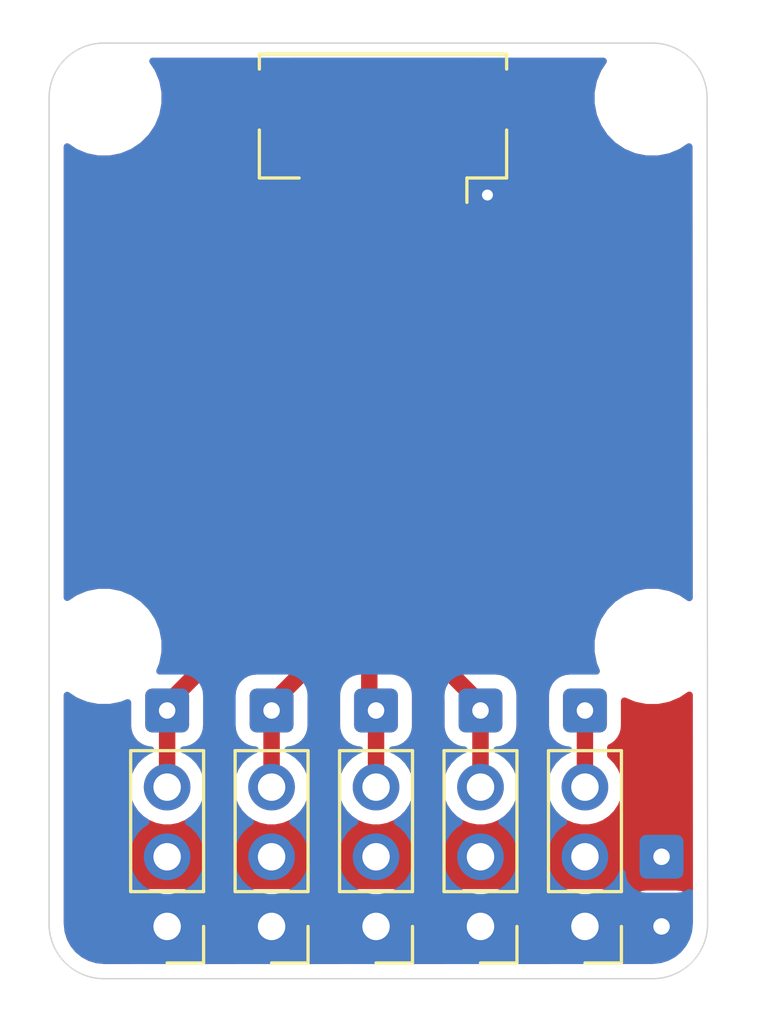
<source format=kicad_pcb>
(kicad_pcb (version 20171130) (host pcbnew "(5.1.9)-1")

  (general
    (thickness 1.6)
    (drawings 8)
    (tracks 16)
    (zones 0)
    (modules 17)
    (nets 8)
  )

  (page A4)
  (layers
    (0 F.Cu signal)
    (31 B.Cu signal)
    (32 B.Adhes user)
    (33 F.Adhes user)
    (34 B.Paste user)
    (35 F.Paste user)
    (36 B.SilkS user)
    (37 F.SilkS user)
    (38 B.Mask user)
    (39 F.Mask user)
    (40 Dwgs.User user)
    (41 Cmts.User user)
    (42 Eco1.User user)
    (43 Eco2.User user)
    (44 Edge.Cuts user)
    (45 Margin user)
    (46 B.CrtYd user)
    (47 F.CrtYd user)
    (48 B.Fab user hide)
    (49 F.Fab user hide)
  )

  (setup
    (last_trace_width 0.6)
    (user_trace_width 0.6)
    (trace_clearance 0.2)
    (zone_clearance 0.508)
    (zone_45_only no)
    (trace_min 0.2)
    (via_size 0.8)
    (via_drill 0.4)
    (via_min_size 0.4)
    (via_min_drill 0.3)
    (uvia_size 0.3)
    (uvia_drill 0.1)
    (uvias_allowed no)
    (uvia_min_size 0.2)
    (uvia_min_drill 0.1)
    (edge_width 0.05)
    (segment_width 0.2)
    (pcb_text_width 0.3)
    (pcb_text_size 1.5 1.5)
    (mod_edge_width 0.12)
    (mod_text_size 1 1)
    (mod_text_width 0.15)
    (pad_size 1.2 1.75)
    (pad_drill 0.75)
    (pad_to_mask_clearance 0)
    (aux_axis_origin 0 0)
    (visible_elements 7FFFFF7F)
    (pcbplotparams
      (layerselection 0x010fc_ffffffff)
      (usegerberextensions false)
      (usegerberattributes true)
      (usegerberadvancedattributes true)
      (creategerberjobfile true)
      (excludeedgelayer true)
      (linewidth 0.100000)
      (plotframeref false)
      (viasonmask false)
      (mode 1)
      (useauxorigin false)
      (hpglpennumber 1)
      (hpglpenspeed 20)
      (hpglpendiameter 15.000000)
      (psnegative false)
      (psa4output false)
      (plotreference true)
      (plotvalue true)
      (plotinvisibletext false)
      (padsonsilk false)
      (subtractmaskfromsilk false)
      (outputformat 1)
      (mirror false)
      (drillshape 0)
      (scaleselection 1)
      (outputdirectory "gerber-5-servos"))
  )

  (net 0 "")
  (net 1 "Net-(J1-Pad3)")
  (net 2 GND)
  (net 3 +BATT)
  (net 4 "Net-(J1-Pad6)")
  (net 5 "Net-(J1-Pad5)")
  (net 6 "Net-(J1-Pad4)")
  (net 7 "Net-(J11-Pad3)")

  (net_class Default "This is the default net class."
    (clearance 0.2)
    (trace_width 0.25)
    (via_dia 0.8)
    (via_drill 0.4)
    (uvia_dia 0.3)
    (uvia_drill 0.1)
    (add_net +BATT)
    (add_net GND)
    (add_net "Net-(J1-Pad3)")
    (add_net "Net-(J1-Pad4)")
    (add_net "Net-(J1-Pad5)")
    (add_net "Net-(J1-Pad6)")
    (add_net "Net-(J11-Pad3)")
  )

  (module MountingHole:MountingHole_2.2mm_M2 (layer F.Cu) (tedit 61150B2C) (tstamp 6112E80D)
    (at 122.596 122.376)
    (descr "Mounting Hole 2.2mm, no annular, M2")
    (tags "mounting hole 2.2mm no annular m2")
    (path /61155815)
    (attr virtual)
    (fp_text reference H4 (at 0 -3.2) (layer F.SilkS) hide
      (effects (font (size 1 1) (thickness 0.15)))
    )
    (fp_text value MountingHole (at 0 3.2) (layer F.Fab) hide
      (effects (font (size 1 1) (thickness 0.15)))
    )
    (fp_circle (center 0 0) (end 2.45 0) (layer F.CrtYd) (width 0.05))
    (fp_circle (center 0 0) (end 2.2 0) (layer Cmts.User) (width 0.15))
    (fp_text user %R (at 0.3 0) (layer F.Fab) hide
      (effects (font (size 1 1) (thickness 0.15)))
    )
    (pad "" np_thru_hole circle (at 0 0) (size 2.2 2.2) (drill 2.2) (layers *.Cu *.Mask)
      (clearance 1))
  )

  (module Connector_Wire:SolderWire-0.1sqmm_1x01_D0.4mm_OD1mm (layer F.Cu) (tedit 5EB70B42) (tstamp 6116F8D2)
    (at 104.902 124.714 180)
    (descr "Soldered wire connection, for a single 0.1 mm² wire, basic insulation, conductor diameter 0.4mm, outer diameter 1mm, size source Multi-Contact FLEXI-E 0.1 (https://ec.staubli.com/AcroFiles/Catalogues/TM_Cab-Main-11014119_(en)_hi.pdf), bend radius 3 times outer diameter, generated with kicad-footprint-generator")
    (tags "connector wire 0.1sqmm")
    (path /61199C10)
    (attr virtual)
    (fp_text reference J13 (at 0 -2) (layer F.SilkS) hide
      (effects (font (size 1 1) (thickness 0.15)))
    )
    (fp_text value Conn_01x01 (at 0 2) (layer F.Fab) hide
      (effects (font (size 1 1) (thickness 0.15)))
    )
    (fp_text user %R (at 0 0) (layer F.Fab) hide
      (effects (font (size 0.25 0.25) (thickness 0.04)))
    )
    (fp_circle (center 0 0) (end 0.5 0) (layer F.Fab) (width 0.1))
    (fp_line (start -1.3 -1.3) (end -1.3 1.3) (layer F.CrtYd) (width 0.05))
    (fp_line (start -1.3 1.3) (end 1.3 1.3) (layer F.CrtYd) (width 0.05))
    (fp_line (start 1.3 1.3) (end 1.3 -1.3) (layer F.CrtYd) (width 0.05))
    (fp_line (start 1.3 -1.3) (end -1.3 -1.3) (layer F.CrtYd) (width 0.05))
    (pad 1 thru_hole roundrect (at 0 0 180) (size 1.6 1.6) (drill 0.6) (layers *.Cu *.Mask) (roundrect_rratio 0.15625)
      (net 4 "Net-(J1-Pad6)"))
    (model ${KISYS3DMOD}/Connector_Wire.3dshapes/SolderWire-0.1sqmm_1x01_D0.4mm_OD1mm.wrl
      (at (xyz 0 0 0))
      (scale (xyz 1 1 1))
      (rotate (xyz 0 0 0))
    )
  )

  (module Connector_Wire:SolderWire-0.1sqmm_1x01_D0.4mm_OD1mm (layer F.Cu) (tedit 5EB70B42) (tstamp 62954258)
    (at 120.142 124.714)
    (descr "Soldered wire connection, for a single 0.1 mm² wire, basic insulation, conductor diameter 0.4mm, outer diameter 1mm, size source Multi-Contact FLEXI-E 0.1 (https://ec.staubli.com/AcroFiles/Catalogues/TM_Cab-Main-11014119_(en)_hi.pdf), bend radius 3 times outer diameter, generated with kicad-footprint-generator")
    (tags "connector wire 0.1sqmm")
    (path /629742D5)
    (attr virtual)
    (fp_text reference J12 (at 0 -2) (layer F.SilkS) hide
      (effects (font (size 1 1) (thickness 0.15)))
    )
    (fp_text value Conn_01x01 (at 0 2) (layer F.Fab) hide
      (effects (font (size 1 1) (thickness 0.15)))
    )
    (fp_text user %R (at 0 0) (layer F.Fab) hide
      (effects (font (size 0.25 0.25) (thickness 0.04)))
    )
    (fp_circle (center 0 0) (end 0.5 0) (layer F.Fab) (width 0.1))
    (fp_line (start -1.3 -1.3) (end -1.3 1.3) (layer F.CrtYd) (width 0.05))
    (fp_line (start -1.3 1.3) (end 1.3 1.3) (layer F.CrtYd) (width 0.05))
    (fp_line (start 1.3 1.3) (end 1.3 -1.3) (layer F.CrtYd) (width 0.05))
    (fp_line (start 1.3 -1.3) (end -1.3 -1.3) (layer F.CrtYd) (width 0.05))
    (pad 1 thru_hole roundrect (at 0 0) (size 1.6 1.6) (drill 0.6) (layers *.Cu *.Mask) (roundrect_rratio 0.15625)
      (net 7 "Net-(J11-Pad3)"))
    (model ${KISYS3DMOD}/Connector_Wire.3dshapes/SolderWire-0.1sqmm_1x01_D0.4mm_OD1mm.wrl
      (at (xyz 0 0 0))
      (scale (xyz 1 1 1))
      (rotate (xyz 0 0 0))
    )
  )

  (module Connector_PinHeader_2.54mm:PinHeader_1x03_P2.54mm_Vertical (layer F.Cu) (tedit 59FED5CC) (tstamp 6295424D)
    (at 120.142 132.588 180)
    (descr "Through hole straight pin header, 1x03, 2.54mm pitch, single row")
    (tags "Through hole pin header THT 1x03 2.54mm single row")
    (path /62971FA0)
    (fp_text reference J11 (at 0 -2.33) (layer F.SilkS) hide
      (effects (font (size 1 1) (thickness 0.15)))
    )
    (fp_text value Conn_01x03 (at 0 7.41) (layer F.Fab) hide
      (effects (font (size 1 1) (thickness 0.15)))
    )
    (fp_text user %R (at 0 2.54 90) (layer F.Fab) hide
      (effects (font (size 1 1) (thickness 0.15)))
    )
    (fp_line (start -0.635 -1.27) (end 1.27 -1.27) (layer F.Fab) (width 0.1))
    (fp_line (start 1.27 -1.27) (end 1.27 6.35) (layer F.Fab) (width 0.1))
    (fp_line (start 1.27 6.35) (end -1.27 6.35) (layer F.Fab) (width 0.1))
    (fp_line (start -1.27 6.35) (end -1.27 -0.635) (layer F.Fab) (width 0.1))
    (fp_line (start -1.27 -0.635) (end -0.635 -1.27) (layer F.Fab) (width 0.1))
    (fp_line (start -1.33 6.41) (end 1.33 6.41) (layer F.SilkS) (width 0.12))
    (fp_line (start -1.33 1.27) (end -1.33 6.41) (layer F.SilkS) (width 0.12))
    (fp_line (start 1.33 1.27) (end 1.33 6.41) (layer F.SilkS) (width 0.12))
    (fp_line (start -1.33 1.27) (end 1.33 1.27) (layer F.SilkS) (width 0.12))
    (fp_line (start -1.33 0) (end -1.33 -1.33) (layer F.SilkS) (width 0.12))
    (fp_line (start -1.33 -1.33) (end 0 -1.33) (layer F.SilkS) (width 0.12))
    (fp_line (start -1.8 -1.8) (end -1.8 6.85) (layer F.CrtYd) (width 0.05))
    (fp_line (start -1.8 6.85) (end 1.8 6.85) (layer F.CrtYd) (width 0.05))
    (fp_line (start 1.8 6.85) (end 1.8 -1.8) (layer F.CrtYd) (width 0.05))
    (fp_line (start 1.8 -1.8) (end -1.8 -1.8) (layer F.CrtYd) (width 0.05))
    (pad 3 thru_hole oval (at 0 5.08 180) (size 1.7 1.7) (drill 1) (layers *.Cu *.Mask)
      (net 7 "Net-(J11-Pad3)"))
    (pad 2 thru_hole oval (at 0 2.54 180) (size 1.7 1.7) (drill 1) (layers *.Cu *.Mask)
      (net 3 +BATT))
    (pad 1 thru_hole rect (at 0 0 180) (size 1.7 1.7) (drill 1) (layers *.Cu *.Mask)
      (net 2 GND))
    (model ${KISYS3DMOD}/Connector_PinHeader_2.54mm.3dshapes/PinHeader_1x03_P2.54mm_Vertical.wrl
      (at (xyz 0 0 0))
      (scale (xyz 1 1 1))
      (rotate (xyz 0 0 0))
    )
  )

  (module Connector_Wire:SolderWire-0.1sqmm_1x01_D0.4mm_OD1mm (layer F.Cu) (tedit 5EB70B42) (tstamp 6294D768)
    (at 122.936 130.048)
    (descr "Soldered wire connection, for a single 0.1 mm² wire, basic insulation, conductor diameter 0.4mm, outer diameter 1mm, size source Multi-Contact FLEXI-E 0.1 (https://ec.staubli.com/AcroFiles/Catalogues/TM_Cab-Main-11014119_(en)_hi.pdf), bend radius 3 times outer diameter, generated with kicad-footprint-generator")
    (tags "connector wire 0.1sqmm")
    (path /6295EAB7)
    (attr virtual)
    (fp_text reference J10 (at 0 -2) (layer F.SilkS) hide
      (effects (font (size 1 1) (thickness 0.15)))
    )
    (fp_text value Conn_01x01 (at 0 2) (layer F.Fab) hide
      (effects (font (size 1 1) (thickness 0.15)))
    )
    (fp_text user %R (at 0 0) (layer F.Fab) hide
      (effects (font (size 0.25 0.25) (thickness 0.04)))
    )
    (fp_circle (center 0 0) (end 0.5 0) (layer F.Fab) (width 0.1))
    (fp_line (start -1.3 -1.3) (end -1.3 1.3) (layer F.CrtYd) (width 0.05))
    (fp_line (start -1.3 1.3) (end 1.3 1.3) (layer F.CrtYd) (width 0.05))
    (fp_line (start 1.3 1.3) (end 1.3 -1.3) (layer F.CrtYd) (width 0.05))
    (fp_line (start 1.3 -1.3) (end -1.3 -1.3) (layer F.CrtYd) (width 0.05))
    (pad 1 thru_hole roundrect (at 0 0) (size 1.6 1.6) (drill 0.6) (layers *.Cu *.Mask) (roundrect_rratio 0.15625)
      (net 3 +BATT))
    (model ${KISYS3DMOD}/Connector_Wire.3dshapes/SolderWire-0.1sqmm_1x01_D0.4mm_OD1mm.wrl
      (at (xyz 0 0 0))
      (scale (xyz 1 1 1))
      (rotate (xyz 0 0 0))
    )
  )

  (module Connector_Wire:SolderWire-0.1sqmm_1x01_D0.4mm_OD1mm (layer F.Cu) (tedit 5EB70B42) (tstamp 611325AC)
    (at 116.332 124.714)
    (descr "Soldered wire connection, for a single 0.1 mm² wire, basic insulation, conductor diameter 0.4mm, outer diameter 1mm, size source Multi-Contact FLEXI-E 0.1 (https://ec.staubli.com/AcroFiles/Catalogues/TM_Cab-Main-11014119_(en)_hi.pdf), bend radius 3 times outer diameter, generated with kicad-footprint-generator")
    (tags "connector wire 0.1sqmm")
    (path /61181143)
    (attr virtual)
    (fp_text reference J9 (at 0 -2) (layer F.SilkS) hide
      (effects (font (size 1 1) (thickness 0.15)))
    )
    (fp_text value Conn_01x01 (at 0 2) (layer F.Fab) hide
      (effects (font (size 1 1) (thickness 0.15)))
    )
    (fp_text user %R (at 0 0) (layer F.Fab) hide
      (effects (font (size 0.25 0.25) (thickness 0.04)))
    )
    (fp_circle (center 0 0) (end 0.5 0) (layer F.Fab) (width 0.1))
    (fp_line (start -1.3 -1.3) (end -1.3 1.3) (layer F.CrtYd) (width 0.05))
    (fp_line (start -1.3 1.3) (end 1.3 1.3) (layer F.CrtYd) (width 0.05))
    (fp_line (start 1.3 1.3) (end 1.3 -1.3) (layer F.CrtYd) (width 0.05))
    (fp_line (start 1.3 -1.3) (end -1.3 -1.3) (layer F.CrtYd) (width 0.05))
    (pad 1 thru_hole roundrect (at 0 0) (size 1.6 1.6) (drill 0.6) (layers *.Cu *.Mask) (roundrect_rratio 0.15625)
      (net 1 "Net-(J1-Pad3)"))
    (model ${KISYS3DMOD}/Connector_Wire.3dshapes/SolderWire-0.1sqmm_1x01_D0.4mm_OD1mm.wrl
      (at (xyz 0 0 0))
      (scale (xyz 1 1 1))
      (rotate (xyz 0 0 0))
    )
  )

  (module Connector_Wire:SolderWire-0.1sqmm_1x01_D0.4mm_OD1mm (layer F.Cu) (tedit 5EB70B42) (tstamp 6113259E)
    (at 112.522 124.714)
    (descr "Soldered wire connection, for a single 0.1 mm² wire, basic insulation, conductor diameter 0.4mm, outer diameter 1mm, size source Multi-Contact FLEXI-E 0.1 (https://ec.staubli.com/AcroFiles/Catalogues/TM_Cab-Main-11014119_(en)_hi.pdf), bend radius 3 times outer diameter, generated with kicad-footprint-generator")
    (tags "connector wire 0.1sqmm")
    (path /6118060C)
    (attr virtual)
    (fp_text reference J8 (at 0 -2) (layer F.SilkS) hide
      (effects (font (size 1 1) (thickness 0.15)))
    )
    (fp_text value Conn_01x01 (at 0 2) (layer F.Fab) hide
      (effects (font (size 1 1) (thickness 0.15)))
    )
    (fp_text user %R (at 0 0) (layer F.Fab) hide
      (effects (font (size 0.25 0.25) (thickness 0.04)))
    )
    (fp_circle (center 0 0) (end 0.5 0) (layer F.Fab) (width 0.1))
    (fp_line (start -1.3 -1.3) (end -1.3 1.3) (layer F.CrtYd) (width 0.05))
    (fp_line (start -1.3 1.3) (end 1.3 1.3) (layer F.CrtYd) (width 0.05))
    (fp_line (start 1.3 1.3) (end 1.3 -1.3) (layer F.CrtYd) (width 0.05))
    (fp_line (start 1.3 -1.3) (end -1.3 -1.3) (layer F.CrtYd) (width 0.05))
    (pad 1 thru_hole roundrect (at 0 0) (size 1.6 1.6) (drill 0.6) (layers *.Cu *.Mask) (roundrect_rratio 0.15625)
      (net 6 "Net-(J1-Pad4)"))
    (model ${KISYS3DMOD}/Connector_Wire.3dshapes/SolderWire-0.1sqmm_1x01_D0.4mm_OD1mm.wrl
      (at (xyz 0 0 0))
      (scale (xyz 1 1 1))
      (rotate (xyz 0 0 0))
    )
  )

  (module Connector_Wire:SolderWire-0.1sqmm_1x01_D0.4mm_OD1mm (layer F.Cu) (tedit 5EB70B42) (tstamp 61132590)
    (at 108.712 124.714)
    (descr "Soldered wire connection, for a single 0.1 mm² wire, basic insulation, conductor diameter 0.4mm, outer diameter 1mm, size source Multi-Contact FLEXI-E 0.1 (https://ec.staubli.com/AcroFiles/Catalogues/TM_Cab-Main-11014119_(en)_hi.pdf), bend radius 3 times outer diameter, generated with kicad-footprint-generator")
    (tags "connector wire 0.1sqmm")
    (path /6117E1ED)
    (attr virtual)
    (fp_text reference J7 (at 0 -2) (layer F.SilkS) hide
      (effects (font (size 1 1) (thickness 0.15)))
    )
    (fp_text value Conn_01x01 (at 0 2) (layer F.Fab) hide
      (effects (font (size 1 1) (thickness 0.15)))
    )
    (fp_text user %R (at 0 0) (layer F.Fab) hide
      (effects (font (size 0.25 0.25) (thickness 0.04)))
    )
    (fp_circle (center 0 0) (end 0.5 0) (layer F.Fab) (width 0.1))
    (fp_line (start -1.3 -1.3) (end -1.3 1.3) (layer F.CrtYd) (width 0.05))
    (fp_line (start -1.3 1.3) (end 1.3 1.3) (layer F.CrtYd) (width 0.05))
    (fp_line (start 1.3 1.3) (end 1.3 -1.3) (layer F.CrtYd) (width 0.05))
    (fp_line (start 1.3 -1.3) (end -1.3 -1.3) (layer F.CrtYd) (width 0.05))
    (pad 1 thru_hole roundrect (at 0 0) (size 1.6 1.6) (drill 0.6) (layers *.Cu *.Mask) (roundrect_rratio 0.15625)
      (net 5 "Net-(J1-Pad5)"))
    (model ${KISYS3DMOD}/Connector_Wire.3dshapes/SolderWire-0.1sqmm_1x01_D0.4mm_OD1mm.wrl
      (at (xyz 0 0 0))
      (scale (xyz 1 1 1))
      (rotate (xyz 0 0 0))
    )
  )

  (module Connector_Wire:SolderWire-0.1sqmm_1x01_D0.4mm_OD1mm (layer F.Cu) (tedit 5EB70B42) (tstamp 6294D70C)
    (at 122.936 132.588)
    (descr "Soldered wire connection, for a single 0.1 mm² wire, basic insulation, conductor diameter 0.4mm, outer diameter 1mm, size source Multi-Contact FLEXI-E 0.1 (https://ec.staubli.com/AcroFiles/Catalogues/TM_Cab-Main-11014119_(en)_hi.pdf), bend radius 3 times outer diameter, generated with kicad-footprint-generator")
    (tags "connector wire 0.1sqmm")
    (path /62953EBE)
    (attr virtual)
    (fp_text reference J6 (at 0 -2) (layer F.SilkS) hide
      (effects (font (size 1 1) (thickness 0.15)))
    )
    (fp_text value Conn_01x01 (at 0 2) (layer F.Fab) hide
      (effects (font (size 1 1) (thickness 0.15)))
    )
    (fp_text user %R (at 0 0) (layer F.Fab) hide
      (effects (font (size 0.25 0.25) (thickness 0.04)))
    )
    (fp_circle (center 0 0) (end 0.5 0) (layer F.Fab) (width 0.1))
    (fp_line (start -1.3 -1.3) (end -1.3 1.3) (layer F.CrtYd) (width 0.05))
    (fp_line (start -1.3 1.3) (end 1.3 1.3) (layer F.CrtYd) (width 0.05))
    (fp_line (start 1.3 1.3) (end 1.3 -1.3) (layer F.CrtYd) (width 0.05))
    (fp_line (start 1.3 -1.3) (end -1.3 -1.3) (layer F.CrtYd) (width 0.05))
    (pad 1 thru_hole roundrect (at 0 0) (size 1.6 1.6) (drill 0.6) (layers *.Cu *.Mask) (roundrect_rratio 0.15625)
      (net 2 GND))
    (model ${KISYS3DMOD}/Connector_Wire.3dshapes/SolderWire-0.1sqmm_1x01_D0.4mm_OD1mm.wrl
      (at (xyz 0 0 0))
      (scale (xyz 1 1 1))
      (rotate (xyz 0 0 0))
    )
  )

  (module Connector_JST:JST_SHL_SM06B-SHLS-TF_1x06-1MP_P1.00mm_Horizontal (layer F.Cu) (tedit 5B78AD87) (tstamp 6112DF1A)
    (at 112.776 103.886 180)
    (descr "JST SHL series connector, SM06B-SHLS-TF (http://www.jst-mfg.com/product/pdf/eng/eSHL.pdf), generated with kicad-footprint-generator")
    (tags "connector JST SHL top entry")
    (path /61123FD6)
    (attr smd)
    (fp_text reference J1 (at 0 -3.5) (layer F.SilkS) hide
      (effects (font (size 1 1) (thickness 0.15)))
    )
    (fp_text value Conn_01x06 (at 0 4.2) (layer F.Fab) hide
      (effects (font (size 1 1) (thickness 0.15)))
    )
    (fp_text user %R (at 0 0.5) (layer F.Fab) hide
      (effects (font (size 1 1) (thickness 0.15)))
    )
    (fp_line (start -4.4 -1.3) (end 4.4 -1.3) (layer F.Fab) (width 0.1))
    (fp_line (start -4.51 0.34) (end -4.51 -1.41) (layer F.SilkS) (width 0.12))
    (fp_line (start -4.51 -1.41) (end -3.06 -1.41) (layer F.SilkS) (width 0.12))
    (fp_line (start -3.06 -1.41) (end -3.06 -2.3) (layer F.SilkS) (width 0.12))
    (fp_line (start 4.51 0.34) (end 4.51 -1.41) (layer F.SilkS) (width 0.12))
    (fp_line (start 4.51 -1.41) (end 3.06 -1.41) (layer F.SilkS) (width 0.12))
    (fp_line (start -4.51 2.56) (end -4.51 3.11) (layer F.SilkS) (width 0.12))
    (fp_line (start -4.51 3.11) (end 4.51 3.11) (layer F.SilkS) (width 0.12))
    (fp_line (start 4.51 3.11) (end 4.51 2.56) (layer F.SilkS) (width 0.12))
    (fp_line (start -4.4 3) (end 4.4 3) (layer F.Fab) (width 0.1))
    (fp_line (start -4.4 -1.3) (end -4.4 3) (layer F.Fab) (width 0.1))
    (fp_line (start 4.4 -1.3) (end 4.4 3) (layer F.Fab) (width 0.1))
    (fp_line (start -4.9 -2.8) (end -4.9 3.5) (layer F.CrtYd) (width 0.05))
    (fp_line (start -4.9 3.5) (end 4.9 3.5) (layer F.CrtYd) (width 0.05))
    (fp_line (start 4.9 3.5) (end 4.9 -2.8) (layer F.CrtYd) (width 0.05))
    (fp_line (start 4.9 -2.8) (end -4.9 -2.8) (layer F.CrtYd) (width 0.05))
    (fp_line (start -3 -1.3) (end -2.5 -0.592893) (layer F.Fab) (width 0.1))
    (fp_line (start -2.5 -0.592893) (end -2 -1.3) (layer F.Fab) (width 0.1))
    (pad MP smd roundrect (at 3.95 1.45 180) (size 0.9 1.7) (layers F.Cu F.Paste F.Mask) (roundrect_rratio 0.25))
    (pad MP smd roundrect (at -3.95 1.45 180) (size 0.9 1.7) (layers F.Cu F.Paste F.Mask) (roundrect_rratio 0.25))
    (pad 6 smd roundrect (at 2.5 -1.675 180) (size 0.6 1.25) (layers F.Cu F.Paste F.Mask) (roundrect_rratio 0.25)
      (net 4 "Net-(J1-Pad6)"))
    (pad 5 smd roundrect (at 1.5 -1.675 180) (size 0.6 1.25) (layers F.Cu F.Paste F.Mask) (roundrect_rratio 0.25)
      (net 5 "Net-(J1-Pad5)"))
    (pad 4 smd roundrect (at 0.5 -1.675 180) (size 0.6 1.25) (layers F.Cu F.Paste F.Mask) (roundrect_rratio 0.25)
      (net 6 "Net-(J1-Pad4)"))
    (pad 3 smd roundrect (at -0.5 -1.675 180) (size 0.6 1.25) (layers F.Cu F.Paste F.Mask) (roundrect_rratio 0.25)
      (net 1 "Net-(J1-Pad3)"))
    (pad 2 smd roundrect (at -1.5 -1.675 180) (size 0.6 1.25) (layers F.Cu F.Paste F.Mask) (roundrect_rratio 0.25)
      (net 3 +BATT))
    (pad 1 smd roundrect (at -2.5 -1.675 180) (size 0.6 1.25) (layers F.Cu F.Paste F.Mask) (roundrect_rratio 0.25)
      (net 2 GND))
    (model ${KISYS3DMOD}/Connector_JST.3dshapes/JST_SHL_SM06B-SHLS-TF_1x06-1MP_P1.00mm_Horizontal.wrl
      (at (xyz 0 0 0))
      (scale (xyz 1 1 1))
      (rotate (xyz 0 0 0))
    )
  )

  (module Connector_PinHeader_2.54mm:PinHeader_1x03_P2.54mm_Vertical (layer F.Cu) (tedit 59FED5CC) (tstamp 61166DA7)
    (at 116.332 132.588 180)
    (descr "Through hole straight pin header, 1x03, 2.54mm pitch, single row")
    (tags "Through hole pin header THT 1x03 2.54mm single row")
    (path /6116C28F)
    (fp_text reference J5 (at 0 -2.33) (layer F.SilkS) hide
      (effects (font (size 1 1) (thickness 0.15)))
    )
    (fp_text value Conn_01x03 (at 0 7.41) (layer F.Fab) hide
      (effects (font (size 1 1) (thickness 0.15)))
    )
    (fp_line (start -0.635 -1.27) (end 1.27 -1.27) (layer F.Fab) (width 0.1))
    (fp_line (start 1.27 -1.27) (end 1.27 6.35) (layer F.Fab) (width 0.1))
    (fp_line (start 1.27 6.35) (end -1.27 6.35) (layer F.Fab) (width 0.1))
    (fp_line (start -1.27 6.35) (end -1.27 -0.635) (layer F.Fab) (width 0.1))
    (fp_line (start -1.27 -0.635) (end -0.635 -1.27) (layer F.Fab) (width 0.1))
    (fp_line (start -1.33 6.41) (end 1.33 6.41) (layer F.SilkS) (width 0.12))
    (fp_line (start -1.33 1.27) (end -1.33 6.41) (layer F.SilkS) (width 0.12))
    (fp_line (start 1.33 1.27) (end 1.33 6.41) (layer F.SilkS) (width 0.12))
    (fp_line (start -1.33 1.27) (end 1.33 1.27) (layer F.SilkS) (width 0.12))
    (fp_line (start -1.33 0) (end -1.33 -1.33) (layer F.SilkS) (width 0.12))
    (fp_line (start -1.33 -1.33) (end 0 -1.33) (layer F.SilkS) (width 0.12))
    (fp_line (start -1.8 -1.8) (end -1.8 6.85) (layer F.CrtYd) (width 0.05))
    (fp_line (start -1.8 6.85) (end 1.8 6.85) (layer F.CrtYd) (width 0.05))
    (fp_line (start 1.8 6.85) (end 1.8 -1.8) (layer F.CrtYd) (width 0.05))
    (fp_line (start 1.8 -1.8) (end -1.8 -1.8) (layer F.CrtYd) (width 0.05))
    (fp_text user %R (at 0 2.54 90) (layer F.Fab) hide
      (effects (font (size 1 1) (thickness 0.15)))
    )
    (pad 3 thru_hole oval (at 0 5.08 180) (size 1.7 1.7) (drill 1) (layers *.Cu *.Mask)
      (net 1 "Net-(J1-Pad3)"))
    (pad 2 thru_hole oval (at 0 2.54 180) (size 1.7 1.7) (drill 1) (layers *.Cu *.Mask)
      (net 3 +BATT))
    (pad 1 thru_hole rect (at 0 0 180) (size 1.7 1.7) (drill 1) (layers *.Cu *.Mask)
      (net 2 GND))
    (model ${KISYS3DMOD}/Connector_PinHeader_2.54mm.3dshapes/PinHeader_1x03_P2.54mm_Vertical.wrl
      (at (xyz 0 0 0))
      (scale (xyz 1 1 1))
      (rotate (xyz 0 0 0))
    )
  )

  (module Connector_PinHeader_2.54mm:PinHeader_1x03_P2.54mm_Vertical (layer F.Cu) (tedit 59FED5CC) (tstamp 61124DCD)
    (at 112.522 132.588 180)
    (descr "Through hole straight pin header, 1x03, 2.54mm pitch, single row")
    (tags "Through hole pin header THT 1x03 2.54mm single row")
    (path /6112D870)
    (fp_text reference J4 (at 0 -2.33) (layer F.SilkS) hide
      (effects (font (size 1 1) (thickness 0.15)))
    )
    (fp_text value Conn_01x03 (at 0 7.41) (layer F.Fab) hide
      (effects (font (size 1 1) (thickness 0.15)))
    )
    (fp_line (start -0.635 -1.27) (end 1.27 -1.27) (layer F.Fab) (width 0.1))
    (fp_line (start 1.27 -1.27) (end 1.27 6.35) (layer F.Fab) (width 0.1))
    (fp_line (start 1.27 6.35) (end -1.27 6.35) (layer F.Fab) (width 0.1))
    (fp_line (start -1.27 6.35) (end -1.27 -0.635) (layer F.Fab) (width 0.1))
    (fp_line (start -1.27 -0.635) (end -0.635 -1.27) (layer F.Fab) (width 0.1))
    (fp_line (start -1.33 6.41) (end 1.33 6.41) (layer F.SilkS) (width 0.12))
    (fp_line (start -1.33 1.27) (end -1.33 6.41) (layer F.SilkS) (width 0.12))
    (fp_line (start 1.33 1.27) (end 1.33 6.41) (layer F.SilkS) (width 0.12))
    (fp_line (start -1.33 1.27) (end 1.33 1.27) (layer F.SilkS) (width 0.12))
    (fp_line (start -1.33 0) (end -1.33 -1.33) (layer F.SilkS) (width 0.12))
    (fp_line (start -1.33 -1.33) (end 0 -1.33) (layer F.SilkS) (width 0.12))
    (fp_line (start -1.8 -1.8) (end -1.8 6.85) (layer F.CrtYd) (width 0.05))
    (fp_line (start -1.8 6.85) (end 1.8 6.85) (layer F.CrtYd) (width 0.05))
    (fp_line (start 1.8 6.85) (end 1.8 -1.8) (layer F.CrtYd) (width 0.05))
    (fp_line (start 1.8 -1.8) (end -1.8 -1.8) (layer F.CrtYd) (width 0.05))
    (fp_text user %R (at 0 2.54 90) (layer F.Fab) hide
      (effects (font (size 1 1) (thickness 0.15)))
    )
    (pad 3 thru_hole oval (at 0 5.08 180) (size 1.7 1.7) (drill 1) (layers *.Cu *.Mask)
      (net 6 "Net-(J1-Pad4)"))
    (pad 2 thru_hole oval (at 0 2.54 180) (size 1.7 1.7) (drill 1) (layers *.Cu *.Mask)
      (net 3 +BATT))
    (pad 1 thru_hole rect (at 0 0 180) (size 1.7 1.7) (drill 1) (layers *.Cu *.Mask)
      (net 2 GND))
    (model ${KISYS3DMOD}/Connector_PinHeader_2.54mm.3dshapes/PinHeader_1x03_P2.54mm_Vertical.wrl
      (at (xyz 0 0 0))
      (scale (xyz 1 1 1))
      (rotate (xyz 0 0 0))
    )
  )

  (module Connector_PinHeader_2.54mm:PinHeader_1x03_P2.54mm_Vertical (layer F.Cu) (tedit 59FED5CC) (tstamp 61124DA7)
    (at 108.712 132.588 180)
    (descr "Through hole straight pin header, 1x03, 2.54mm pitch, single row")
    (tags "Through hole pin header THT 1x03 2.54mm single row")
    (path /6112CA1B)
    (fp_text reference J3 (at 0 -2.33) (layer F.SilkS) hide
      (effects (font (size 1 1) (thickness 0.15)))
    )
    (fp_text value Conn_01x03 (at 0 7.41) (layer F.Fab) hide
      (effects (font (size 1 1) (thickness 0.15)))
    )
    (fp_line (start -0.635 -1.27) (end 1.27 -1.27) (layer F.Fab) (width 0.1))
    (fp_line (start 1.27 -1.27) (end 1.27 6.35) (layer F.Fab) (width 0.1))
    (fp_line (start 1.27 6.35) (end -1.27 6.35) (layer F.Fab) (width 0.1))
    (fp_line (start -1.27 6.35) (end -1.27 -0.635) (layer F.Fab) (width 0.1))
    (fp_line (start -1.27 -0.635) (end -0.635 -1.27) (layer F.Fab) (width 0.1))
    (fp_line (start -1.33 6.41) (end 1.33 6.41) (layer F.SilkS) (width 0.12))
    (fp_line (start -1.33 1.27) (end -1.33 6.41) (layer F.SilkS) (width 0.12))
    (fp_line (start 1.33 1.27) (end 1.33 6.41) (layer F.SilkS) (width 0.12))
    (fp_line (start -1.33 1.27) (end 1.33 1.27) (layer F.SilkS) (width 0.12))
    (fp_line (start -1.33 0) (end -1.33 -1.33) (layer F.SilkS) (width 0.12))
    (fp_line (start -1.33 -1.33) (end 0 -1.33) (layer F.SilkS) (width 0.12))
    (fp_line (start -1.8 -1.8) (end -1.8 6.85) (layer F.CrtYd) (width 0.05))
    (fp_line (start -1.8 6.85) (end 1.8 6.85) (layer F.CrtYd) (width 0.05))
    (fp_line (start 1.8 6.85) (end 1.8 -1.8) (layer F.CrtYd) (width 0.05))
    (fp_line (start 1.8 -1.8) (end -1.8 -1.8) (layer F.CrtYd) (width 0.05))
    (fp_text user %R (at 0 2.54 90) (layer F.Fab) hide
      (effects (font (size 1 1) (thickness 0.15)))
    )
    (pad 3 thru_hole oval (at 0 5.08 180) (size 1.7 1.7) (drill 1) (layers *.Cu *.Mask)
      (net 5 "Net-(J1-Pad5)"))
    (pad 2 thru_hole oval (at 0 2.54 180) (size 1.7 1.7) (drill 1) (layers *.Cu *.Mask)
      (net 3 +BATT))
    (pad 1 thru_hole rect (at 0 0 180) (size 1.7 1.7) (drill 1) (layers *.Cu *.Mask)
      (net 2 GND))
    (model ${KISYS3DMOD}/Connector_PinHeader_2.54mm.3dshapes/PinHeader_1x03_P2.54mm_Vertical.wrl
      (at (xyz 0 0 0))
      (scale (xyz 1 1 1))
      (rotate (xyz 0 0 0))
    )
  )

  (module Connector_PinHeader_2.54mm:PinHeader_1x03_P2.54mm_Vertical (layer F.Cu) (tedit 59FED5CC) (tstamp 61124D81)
    (at 104.902 132.588 180)
    (descr "Through hole straight pin header, 1x03, 2.54mm pitch, single row")
    (tags "Through hole pin header THT 1x03 2.54mm single row")
    (path /611285D8)
    (fp_text reference J2 (at 0 -2.33) (layer F.SilkS) hide
      (effects (font (size 1 1) (thickness 0.15)))
    )
    (fp_text value Conn_01x03 (at 0 7.41) (layer F.Fab) hide
      (effects (font (size 1 1) (thickness 0.15)))
    )
    (fp_line (start -0.635 -1.27) (end 1.27 -1.27) (layer F.Fab) (width 0.1))
    (fp_line (start 1.27 -1.27) (end 1.27 6.35) (layer F.Fab) (width 0.1))
    (fp_line (start 1.27 6.35) (end -1.27 6.35) (layer F.Fab) (width 0.1))
    (fp_line (start -1.27 6.35) (end -1.27 -0.635) (layer F.Fab) (width 0.1))
    (fp_line (start -1.27 -0.635) (end -0.635 -1.27) (layer F.Fab) (width 0.1))
    (fp_line (start -1.33 6.41) (end 1.33 6.41) (layer F.SilkS) (width 0.12))
    (fp_line (start -1.33 1.27) (end -1.33 6.41) (layer F.SilkS) (width 0.12))
    (fp_line (start 1.33 1.27) (end 1.33 6.41) (layer F.SilkS) (width 0.12))
    (fp_line (start -1.33 1.27) (end 1.33 1.27) (layer F.SilkS) (width 0.12))
    (fp_line (start -1.33 0) (end -1.33 -1.33) (layer F.SilkS) (width 0.12))
    (fp_line (start -1.33 -1.33) (end 0 -1.33) (layer F.SilkS) (width 0.12))
    (fp_line (start -1.8 -1.8) (end -1.8 6.85) (layer F.CrtYd) (width 0.05))
    (fp_line (start -1.8 6.85) (end 1.8 6.85) (layer F.CrtYd) (width 0.05))
    (fp_line (start 1.8 6.85) (end 1.8 -1.8) (layer F.CrtYd) (width 0.05))
    (fp_line (start 1.8 -1.8) (end -1.8 -1.8) (layer F.CrtYd) (width 0.05))
    (fp_text user %R (at 0 2.54 90) (layer F.Fab) hide
      (effects (font (size 1 1) (thickness 0.15)))
    )
    (pad 3 thru_hole oval (at 0 5.08 180) (size 1.7 1.7) (drill 1) (layers *.Cu *.Mask)
      (net 4 "Net-(J1-Pad6)"))
    (pad 2 thru_hole oval (at 0 2.54 180) (size 1.7 1.7) (drill 1) (layers *.Cu *.Mask)
      (net 3 +BATT))
    (pad 1 thru_hole rect (at 0 0 180) (size 1.7 1.7) (drill 1) (layers *.Cu *.Mask)
      (net 2 GND))
    (model ${KISYS3DMOD}/Connector_PinHeader_2.54mm.3dshapes/PinHeader_1x03_P2.54mm_Vertical.wrl
      (at (xyz 0 0 0))
      (scale (xyz 1 1 1))
      (rotate (xyz 0 0 0))
    )
  )

  (module MountingHole:MountingHole_2.2mm_M2 (layer F.Cu) (tedit 61150B1E) (tstamp 6112E805)
    (at 122.596 102.376)
    (descr "Mounting Hole 2.2mm, no annular, M2")
    (tags "mounting hole 2.2mm no annular m2")
    (path /611551EF)
    (attr virtual)
    (fp_text reference H3 (at 0 -3.2) (layer F.SilkS) hide
      (effects (font (size 1 1) (thickness 0.15)))
    )
    (fp_text value MountingHole (at 0 3.2) (layer F.Fab) hide
      (effects (font (size 1 1) (thickness 0.15)))
    )
    (fp_circle (center 0 0) (end 2.45 0) (layer F.CrtYd) (width 0.05))
    (fp_circle (center 0 0) (end 2.2 0) (layer Cmts.User) (width 0.15))
    (fp_text user %R (at 0.3 0) (layer F.Fab) hide
      (effects (font (size 1 1) (thickness 0.15)))
    )
    (pad "" np_thru_hole circle (at 0 0) (size 2.2 2.2) (drill 2.2) (layers *.Cu *.Mask)
      (clearance 1))
  )

  (module MountingHole:MountingHole_2.2mm_M2 (layer F.Cu) (tedit 61150B28) (tstamp 6112E7FD)
    (at 102.596 122.376)
    (descr "Mounting Hole 2.2mm, no annular, M2")
    (tags "mounting hole 2.2mm no annular m2")
    (path /61154F7E)
    (attr virtual)
    (fp_text reference H2 (at 0 -3.2) (layer F.SilkS) hide
      (effects (font (size 1 1) (thickness 0.15)))
    )
    (fp_text value MountingHole (at 0 3.2) (layer F.Fab) hide
      (effects (font (size 1 1) (thickness 0.15)))
    )
    (fp_circle (center 0 0) (end 2.45 0) (layer F.CrtYd) (width 0.05))
    (fp_circle (center 0 0) (end 2.2 0) (layer Cmts.User) (width 0.15))
    (fp_text user %R (at 0.3 0) (layer F.Fab) hide
      (effects (font (size 1 1) (thickness 0.15)))
    )
    (pad "" np_thru_hole circle (at 0 0) (size 2.2 2.2) (drill 2.2) (layers *.Cu *.Mask)
      (clearance 1))
  )

  (module MountingHole:MountingHole_2.2mm_M2 (layer F.Cu) (tedit 61150B19) (tstamp 6112E7F5)
    (at 102.596 102.376)
    (descr "Mounting Hole 2.2mm, no annular, M2")
    (tags "mounting hole 2.2mm no annular m2")
    (path /61153AD3)
    (attr virtual)
    (fp_text reference H1 (at 0 -3.2) (layer F.SilkS) hide
      (effects (font (size 1 1) (thickness 0.15)))
    )
    (fp_text value MountingHole (at 0 3.2) (layer F.Fab) hide
      (effects (font (size 1 1) (thickness 0.15)))
    )
    (fp_circle (center 0 0) (end 2.45 0) (layer F.CrtYd) (width 0.05))
    (fp_circle (center 0 0) (end 2.2 0) (layer Cmts.User) (width 0.15))
    (fp_text user %R (at 0.3 0) (layer F.Fab) hide
      (effects (font (size 1 1) (thickness 0.15)))
    )
    (pad "" np_thru_hole circle (at 0 0) (size 2.2 2.2) (drill 2.2) (layers *.Cu *.Mask)
      (clearance 1))
  )

  (gr_line (start 102.596 100.376) (end 122.596 100.376) (layer Edge.Cuts) (width 0.05) (tstamp 61167D2B))
  (gr_line (start 102.596 134.493) (end 122.616 134.493) (layer Edge.Cuts) (width 0.05) (tstamp 61156935))
  (gr_line (start 124.596 102.376) (end 124.616 132.493) (layer Edge.Cuts) (width 0.05) (tstamp 61156933))
  (gr_line (start 100.596 132.493) (end 100.596 102.376) (layer Edge.Cuts) (width 0.05) (tstamp 61156931))
  (gr_arc (start 122.616 132.493) (end 122.616 134.493) (angle -90) (layer Edge.Cuts) (width 0.05))
  (gr_arc (start 122.596 102.376) (end 124.596 102.376) (angle -90) (layer Edge.Cuts) (width 0.05))
  (gr_arc (start 102.596 102.376) (end 102.596 100.376) (angle -90) (layer Edge.Cuts) (width 0.05))
  (gr_arc (start 102.596 132.493) (end 100.596 132.493) (angle -90) (layer Edge.Cuts) (width 0.05))

  (segment (start 113.276 121.404) (end 116.332 124.46) (width 0.6) (layer F.Cu) (net 1))
  (segment (start 113.276 105.561) (end 113.276 121.404) (width 0.6) (layer F.Cu) (net 1))
  (segment (start 116.332 124.46) (end 116.332 127.508) (width 0.6) (layer F.Cu) (net 1))
  (via (at 116.586 105.918) (size 0.8) (drill 0.4) (layers F.Cu B.Cu) (net 2))
  (segment (start 116.229 105.561) (end 116.586 105.918) (width 0.6) (layer F.Cu) (net 2))
  (segment (start 115.276 105.561) (end 116.229 105.561) (width 0.6) (layer F.Cu) (net 2))
  (segment (start 110.276 119.086) (end 104.902 124.46) (width 0.6) (layer F.Cu) (net 4))
  (segment (start 110.276 105.561) (end 110.276 119.086) (width 0.6) (layer F.Cu) (net 4))
  (segment (start 104.902 124.46) (end 104.902 127.508) (width 0.6) (layer F.Cu) (net 4))
  (segment (start 111.276 121.896) (end 108.712 124.46) (width 0.6) (layer F.Cu) (net 5))
  (segment (start 111.276 105.561) (end 111.276 121.896) (width 0.6) (layer F.Cu) (net 5))
  (segment (start 108.712 124.46) (end 108.712 127.508) (width 0.6) (layer F.Cu) (net 5))
  (segment (start 112.276 124.214) (end 112.522 124.46) (width 0.6) (layer F.Cu) (net 6))
  (segment (start 112.276 105.561) (end 112.276 124.214) (width 0.6) (layer F.Cu) (net 6))
  (segment (start 112.522 124.46) (end 112.522 127.508) (width 0.6) (layer F.Cu) (net 6))
  (segment (start 120.142 124.46) (end 120.142 127.508) (width 0.6) (layer F.Cu) (net 7))

  (zone (net 3) (net_name +BATT) (layer F.Cu) (tstamp 0) (hatch edge 0.508)
    (connect_pads yes (clearance 0.508))
    (min_thickness 0.254)
    (fill yes (arc_segments 32) (thermal_gap 0.508) (thermal_bridge_width 0.508))
    (polygon
      (pts
        (xy 126.746 136.144) (xy 98.806 136.144) (xy 98.806 98.806) (xy 126.746 98.806)
      )
    )
    (filled_polygon
      (pts
        (xy 108.121503 101.093382) (xy 107.990716 101.200716) (xy 107.883382 101.331503) (xy 107.803625 101.480717) (xy 107.754512 101.642623)
        (xy 107.737928 101.811) (xy 107.737928 103.061) (xy 107.754512 103.229377) (xy 107.803625 103.391283) (xy 107.883382 103.540497)
        (xy 107.990716 103.671284) (xy 108.121503 103.778618) (xy 108.270717 103.858375) (xy 108.432623 103.907488) (xy 108.601 103.924072)
        (xy 109.051 103.924072) (xy 109.219377 103.907488) (xy 109.381283 103.858375) (xy 109.530497 103.778618) (xy 109.661284 103.671284)
        (xy 109.768618 103.540497) (xy 109.848375 103.391283) (xy 109.897488 103.229377) (xy 109.914072 103.061) (xy 109.914072 101.811)
        (xy 109.897488 101.642623) (xy 109.848375 101.480717) (xy 109.768618 101.331503) (xy 109.661284 101.200716) (xy 109.530497 101.093382)
        (xy 109.423143 101.036) (xy 116.128857 101.036) (xy 116.021503 101.093382) (xy 115.890716 101.200716) (xy 115.783382 101.331503)
        (xy 115.703625 101.480717) (xy 115.654512 101.642623) (xy 115.637928 101.811) (xy 115.637928 103.061) (xy 115.654512 103.229377)
        (xy 115.703625 103.391283) (xy 115.783382 103.540497) (xy 115.890716 103.671284) (xy 116.021503 103.778618) (xy 116.170717 103.858375)
        (xy 116.332623 103.907488) (xy 116.501 103.924072) (xy 116.951 103.924072) (xy 117.119377 103.907488) (xy 117.281283 103.858375)
        (xy 117.430497 103.778618) (xy 117.561284 103.671284) (xy 117.668618 103.540497) (xy 117.748375 103.391283) (xy 117.797488 103.229377)
        (xy 117.814072 103.061) (xy 117.814072 101.811) (xy 117.797488 101.642623) (xy 117.748375 101.480717) (xy 117.668618 101.331503)
        (xy 117.561284 101.200716) (xy 117.430497 101.093382) (xy 117.323143 101.036) (xy 120.812969 101.036) (xy 120.622458 101.32112)
        (xy 120.454582 101.726408) (xy 120.369 102.15666) (xy 120.369 102.59534) (xy 120.454582 103.025592) (xy 120.622458 103.43088)
        (xy 120.866176 103.79563) (xy 121.17637 104.105824) (xy 121.54112 104.349542) (xy 121.946408 104.517418) (xy 122.37666 104.603)
        (xy 122.81534 104.603) (xy 123.245592 104.517418) (xy 123.65088 104.349542) (xy 123.937184 104.15824) (xy 123.948103 120.601056)
        (xy 123.65088 120.402458) (xy 123.245592 120.234582) (xy 122.81534 120.149) (xy 122.37666 120.149) (xy 121.946408 120.234582)
        (xy 121.54112 120.402458) (xy 121.17637 120.646176) (xy 120.866176 120.95637) (xy 120.622458 121.32112) (xy 120.454582 121.726408)
        (xy 120.369 122.15666) (xy 120.369 122.59534) (xy 120.454582 123.025592) (xy 120.558275 123.275928) (xy 119.592 123.275928)
        (xy 119.418746 123.292992) (xy 119.25215 123.343528) (xy 119.098614 123.425595) (xy 118.964038 123.536038) (xy 118.853595 123.670614)
        (xy 118.771528 123.82415) (xy 118.720992 123.990746) (xy 118.703928 124.164) (xy 118.703928 125.264) (xy 118.720992 125.437254)
        (xy 118.771528 125.60385) (xy 118.853595 125.757386) (xy 118.964038 125.891962) (xy 119.098614 126.002405) (xy 119.207001 126.060339)
        (xy 119.207001 126.346752) (xy 119.195368 126.354525) (xy 118.988525 126.561368) (xy 118.82601 126.804589) (xy 118.714068 127.074842)
        (xy 118.657 127.36174) (xy 118.657 127.65426) (xy 118.714068 127.941158) (xy 118.82601 128.211411) (xy 118.988525 128.454632)
        (xy 119.195368 128.661475) (xy 119.438589 128.82399) (xy 119.708842 128.935932) (xy 119.99574 128.993) (xy 120.28826 128.993)
        (xy 120.575158 128.935932) (xy 120.845411 128.82399) (xy 121.088632 128.661475) (xy 121.295475 128.454632) (xy 121.45799 128.211411)
        (xy 121.569932 127.941158) (xy 121.627 127.65426) (xy 121.627 127.36174) (xy 121.569932 127.074842) (xy 121.45799 126.804589)
        (xy 121.295475 126.561368) (xy 121.088632 126.354525) (xy 121.077 126.346753) (xy 121.077 126.060339) (xy 121.185386 126.002405)
        (xy 121.319962 125.891962) (xy 121.430405 125.757386) (xy 121.512472 125.60385) (xy 121.563008 125.437254) (xy 121.580072 125.264)
        (xy 121.580072 124.365676) (xy 121.946408 124.517418) (xy 122.37666 124.603) (xy 122.81534 124.603) (xy 123.245592 124.517418)
        (xy 123.65088 124.349542) (xy 123.950459 124.14937) (xy 123.955199 131.286667) (xy 123.82585 131.217528) (xy 123.659254 131.166992)
        (xy 123.486 131.149928) (xy 122.386 131.149928) (xy 122.212746 131.166992) (xy 122.04615 131.217528) (xy 121.892614 131.299595)
        (xy 121.758038 131.410038) (xy 121.647595 131.544614) (xy 121.615261 131.605107) (xy 121.581502 131.49382) (xy 121.522537 131.383506)
        (xy 121.443185 131.286815) (xy 121.346494 131.207463) (xy 121.23618 131.148498) (xy 121.116482 131.112188) (xy 120.992 131.099928)
        (xy 119.292 131.099928) (xy 119.167518 131.112188) (xy 119.04782 131.148498) (xy 118.937506 131.207463) (xy 118.840815 131.286815)
        (xy 118.761463 131.383506) (xy 118.702498 131.49382) (xy 118.666188 131.613518) (xy 118.653928 131.738) (xy 118.653928 133.438)
        (xy 118.666188 133.562482) (xy 118.702498 133.68218) (xy 118.761463 133.792494) (xy 118.794705 133.833) (xy 117.679295 133.833)
        (xy 117.712537 133.792494) (xy 117.771502 133.68218) (xy 117.807812 133.562482) (xy 117.820072 133.438) (xy 117.820072 131.738)
        (xy 117.807812 131.613518) (xy 117.771502 131.49382) (xy 117.712537 131.383506) (xy 117.633185 131.286815) (xy 117.536494 131.207463)
        (xy 117.42618 131.148498) (xy 117.306482 131.112188) (xy 117.182 131.099928) (xy 115.482 131.099928) (xy 115.357518 131.112188)
        (xy 115.23782 131.148498) (xy 115.127506 131.207463) (xy 115.030815 131.286815) (xy 114.951463 131.383506) (xy 114.892498 131.49382)
        (xy 114.856188 131.613518) (xy 114.843928 131.738) (xy 114.843928 133.438) (xy 114.856188 133.562482) (xy 114.892498 133.68218)
        (xy 114.951463 133.792494) (xy 114.984705 133.833) (xy 113.869295 133.833) (xy 113.902537 133.792494) (xy 113.961502 133.68218)
        (xy 113.997812 133.562482) (xy 114.010072 133.438) (xy 114.010072 131.738) (xy 113.997812 131.613518) (xy 113.961502 131.49382)
        (xy 113.902537 131.383506) (xy 113.823185 131.286815) (xy 113.726494 131.207463) (xy 113.61618 131.148498) (xy 113.496482 131.112188)
        (xy 113.372 131.099928) (xy 111.672 131.099928) (xy 111.547518 131.112188) (xy 111.42782 131.148498) (xy 111.317506 131.207463)
        (xy 111.220815 131.286815) (xy 111.141463 131.383506) (xy 111.082498 131.49382) (xy 111.046188 131.613518) (xy 111.033928 131.738)
        (xy 111.033928 133.438) (xy 111.046188 133.562482) (xy 111.082498 133.68218) (xy 111.141463 133.792494) (xy 111.174705 133.833)
        (xy 110.059295 133.833) (xy 110.092537 133.792494) (xy 110.151502 133.68218) (xy 110.187812 133.562482) (xy 110.200072 133.438)
        (xy 110.200072 131.738) (xy 110.187812 131.613518) (xy 110.151502 131.49382) (xy 110.092537 131.383506) (xy 110.013185 131.286815)
        (xy 109.916494 131.207463) (xy 109.80618 131.148498) (xy 109.686482 131.112188) (xy 109.562 131.099928) (xy 107.862 131.099928)
        (xy 107.737518 131.112188) (xy 107.61782 131.148498) (xy 107.507506 131.207463) (xy 107.410815 131.286815) (xy 107.331463 131.383506)
        (xy 107.272498 131.49382) (xy 107.236188 131.613518) (xy 107.223928 131.738) (xy 107.223928 133.438) (xy 107.236188 133.562482)
        (xy 107.272498 133.68218) (xy 107.331463 133.792494) (xy 107.364705 133.833) (xy 106.249295 133.833) (xy 106.282537 133.792494)
        (xy 106.341502 133.68218) (xy 106.377812 133.562482) (xy 106.390072 133.438) (xy 106.390072 131.738) (xy 106.377812 131.613518)
        (xy 106.341502 131.49382) (xy 106.282537 131.383506) (xy 106.203185 131.286815) (xy 106.106494 131.207463) (xy 105.99618 131.148498)
        (xy 105.876482 131.112188) (xy 105.752 131.099928) (xy 104.052 131.099928) (xy 103.927518 131.112188) (xy 103.80782 131.148498)
        (xy 103.697506 131.207463) (xy 103.600815 131.286815) (xy 103.521463 131.383506) (xy 103.462498 131.49382) (xy 103.426188 131.613518)
        (xy 103.413928 131.738) (xy 103.413928 133.438) (xy 103.426188 133.562482) (xy 103.462498 133.68218) (xy 103.521463 133.792494)
        (xy 103.554705 133.833) (xy 102.628279 133.833) (xy 102.33634 133.804375) (xy 102.086571 133.728965) (xy 101.856206 133.606477)
        (xy 101.654021 133.441579) (xy 101.487712 133.240546) (xy 101.363622 133.011046) (xy 101.286469 132.761805) (xy 101.256 132.471911)
        (xy 101.256 124.159031) (xy 101.54112 124.349542) (xy 101.946408 124.517418) (xy 102.37666 124.603) (xy 102.81534 124.603)
        (xy 103.245592 124.517418) (xy 103.463928 124.42698) (xy 103.463928 125.264) (xy 103.480992 125.437254) (xy 103.531528 125.60385)
        (xy 103.613595 125.757386) (xy 103.724038 125.891962) (xy 103.858614 126.002405) (xy 103.967001 126.060339) (xy 103.967001 126.346752)
        (xy 103.955368 126.354525) (xy 103.748525 126.561368) (xy 103.58601 126.804589) (xy 103.474068 127.074842) (xy 103.417 127.36174)
        (xy 103.417 127.65426) (xy 103.474068 127.941158) (xy 103.58601 128.211411) (xy 103.748525 128.454632) (xy 103.955368 128.661475)
        (xy 104.198589 128.82399) (xy 104.468842 128.935932) (xy 104.75574 128.993) (xy 105.04826 128.993) (xy 105.335158 128.935932)
        (xy 105.605411 128.82399) (xy 105.848632 128.661475) (xy 106.055475 128.454632) (xy 106.21799 128.211411) (xy 106.329932 127.941158)
        (xy 106.387 127.65426) (xy 106.387 127.36174) (xy 106.329932 127.074842) (xy 106.21799 126.804589) (xy 106.055475 126.561368)
        (xy 105.848632 126.354525) (xy 105.837 126.346753) (xy 105.837 126.060339) (xy 105.945386 126.002405) (xy 106.079962 125.891962)
        (xy 106.190405 125.757386) (xy 106.272472 125.60385) (xy 106.323008 125.437254) (xy 106.340072 125.264) (xy 106.340072 124.344217)
        (xy 110.341001 120.343288) (xy 110.341001 121.50871) (xy 108.573783 123.275928) (xy 108.162 123.275928) (xy 107.988746 123.292992)
        (xy 107.82215 123.343528) (xy 107.668614 123.425595) (xy 107.534038 123.536038) (xy 107.423595 123.670614) (xy 107.341528 123.82415)
        (xy 107.290992 123.990746) (xy 107.273928 124.164) (xy 107.273928 125.264) (xy 107.290992 125.437254) (xy 107.341528 125.60385)
        (xy 107.423595 125.757386) (xy 107.534038 125.891962) (xy 107.668614 126.002405) (xy 107.777001 126.060339) (xy 107.777001 126.346752)
        (xy 107.765368 126.354525) (xy 107.558525 126.561368) (xy 107.39601 126.804589) (xy 107.284068 127.074842) (xy 107.227 127.36174)
        (xy 107.227 127.65426) (xy 107.284068 127.941158) (xy 107.39601 128.211411) (xy 107.558525 128.454632) (xy 107.765368 128.661475)
        (xy 108.008589 128.82399) (xy 108.278842 128.935932) (xy 108.56574 128.993) (xy 108.85826 128.993) (xy 109.145158 128.935932)
        (xy 109.415411 128.82399) (xy 109.658632 128.661475) (xy 109.865475 128.454632) (xy 110.02799 128.211411) (xy 110.139932 127.941158)
        (xy 110.197 127.65426) (xy 110.197 127.36174) (xy 110.139932 127.074842) (xy 110.02799 126.804589) (xy 109.865475 126.561368)
        (xy 109.658632 126.354525) (xy 109.647 126.346753) (xy 109.647 126.060339) (xy 109.755386 126.002405) (xy 109.889962 125.891962)
        (xy 110.000405 125.757386) (xy 110.082472 125.60385) (xy 110.133008 125.437254) (xy 110.150072 125.264) (xy 110.150072 124.344217)
        (xy 111.341001 123.153288) (xy 111.341001 123.539739) (xy 111.233595 123.670614) (xy 111.151528 123.82415) (xy 111.100992 123.990746)
        (xy 111.083928 124.164) (xy 111.083928 125.264) (xy 111.100992 125.437254) (xy 111.151528 125.60385) (xy 111.233595 125.757386)
        (xy 111.344038 125.891962) (xy 111.478614 126.002405) (xy 111.587001 126.060339) (xy 111.587001 126.346752) (xy 111.575368 126.354525)
        (xy 111.368525 126.561368) (xy 111.20601 126.804589) (xy 111.094068 127.074842) (xy 111.037 127.36174) (xy 111.037 127.65426)
        (xy 111.094068 127.941158) (xy 111.20601 128.211411) (xy 111.368525 128.454632) (xy 111.575368 128.661475) (xy 111.818589 128.82399)
        (xy 112.088842 128.935932) (xy 112.37574 128.993) (xy 112.66826 128.993) (xy 112.955158 128.935932) (xy 113.225411 128.82399)
        (xy 113.468632 128.661475) (xy 113.675475 128.454632) (xy 113.83799 128.211411) (xy 113.949932 127.941158) (xy 114.007 127.65426)
        (xy 114.007 127.36174) (xy 113.949932 127.074842) (xy 113.83799 126.804589) (xy 113.675475 126.561368) (xy 113.468632 126.354525)
        (xy 113.457 126.346753) (xy 113.457 126.060339) (xy 113.565386 126.002405) (xy 113.699962 125.891962) (xy 113.810405 125.757386)
        (xy 113.892472 125.60385) (xy 113.943008 125.437254) (xy 113.960072 125.264) (xy 113.960072 124.164) (xy 113.943008 123.990746)
        (xy 113.892472 123.82415) (xy 113.810405 123.670614) (xy 113.699962 123.536038) (xy 113.565386 123.425595) (xy 113.41185 123.343528)
        (xy 113.245254 123.292992) (xy 113.211 123.289618) (xy 113.211 122.661289) (xy 114.893928 124.344217) (xy 114.893928 125.264)
        (xy 114.910992 125.437254) (xy 114.961528 125.60385) (xy 115.043595 125.757386) (xy 115.154038 125.891962) (xy 115.288614 126.002405)
        (xy 115.397001 126.060339) (xy 115.397001 126.346752) (xy 115.385368 126.354525) (xy 115.178525 126.561368) (xy 115.01601 126.804589)
        (xy 114.904068 127.074842) (xy 114.847 127.36174) (xy 114.847 127.65426) (xy 114.904068 127.941158) (xy 115.01601 128.211411)
        (xy 115.178525 128.454632) (xy 115.385368 128.661475) (xy 115.628589 128.82399) (xy 115.898842 128.935932) (xy 116.18574 128.993)
        (xy 116.47826 128.993) (xy 116.765158 128.935932) (xy 117.035411 128.82399) (xy 117.278632 128.661475) (xy 117.485475 128.454632)
        (xy 117.64799 128.211411) (xy 117.759932 127.941158) (xy 117.817 127.65426) (xy 117.817 127.36174) (xy 117.759932 127.074842)
        (xy 117.64799 126.804589) (xy 117.485475 126.561368) (xy 117.278632 126.354525) (xy 117.267 126.346753) (xy 117.267 126.060339)
        (xy 117.375386 126.002405) (xy 117.509962 125.891962) (xy 117.620405 125.757386) (xy 117.702472 125.60385) (xy 117.753008 125.437254)
        (xy 117.770072 125.264) (xy 117.770072 124.164) (xy 117.753008 123.990746) (xy 117.702472 123.82415) (xy 117.620405 123.670614)
        (xy 117.509962 123.536038) (xy 117.375386 123.425595) (xy 117.22185 123.343528) (xy 117.055254 123.292992) (xy 116.882 123.275928)
        (xy 116.470217 123.275928) (xy 114.211 121.016711) (xy 114.211 106.06719) (xy 114.214072 106.036) (xy 114.214072 105.561)
        (xy 114.336476 105.561) (xy 114.337928 105.575742) (xy 114.337928 106.036) (xy 114.353071 106.189745) (xy 114.397916 106.337582)
        (xy 114.470742 106.473829) (xy 114.568749 106.593251) (xy 114.688171 106.691258) (xy 114.824418 106.764084) (xy 114.972255 106.808929)
        (xy 115.126 106.824072) (xy 115.426 106.824072) (xy 115.579745 106.808929) (xy 115.727582 106.764084) (xy 115.863829 106.691258)
        (xy 115.88125 106.676961) (xy 115.926226 106.721937) (xy 116.095744 106.835205) (xy 116.284102 106.913226) (xy 116.484061 106.953)
        (xy 116.687939 106.953) (xy 116.887898 106.913226) (xy 117.076256 106.835205) (xy 117.245774 106.721937) (xy 117.389937 106.577774)
        (xy 117.503205 106.408256) (xy 117.581226 106.219898) (xy 117.621 106.019939) (xy 117.621 105.816061) (xy 117.581226 105.616102)
        (xy 117.503205 105.427744) (xy 117.389937 105.258226) (xy 117.245774 105.114063) (xy 117.076256 105.000795) (xy 116.930858 104.940569)
        (xy 116.92263 104.932341) (xy 116.893344 104.896656) (xy 116.750972 104.779814) (xy 116.58854 104.692993) (xy 116.412292 104.639529)
        (xy 116.274932 104.626) (xy 116.229 104.621476) (xy 116.183068 104.626) (xy 116.063063 104.626) (xy 115.983251 104.528749)
        (xy 115.863829 104.430742) (xy 115.727582 104.357916) (xy 115.579745 104.313071) (xy 115.426 104.297928) (xy 115.126 104.297928)
        (xy 114.972255 104.313071) (xy 114.824418 104.357916) (xy 114.688171 104.430742) (xy 114.568749 104.528749) (xy 114.470742 104.648171)
        (xy 114.397916 104.784418) (xy 114.353071 104.932255) (xy 114.337928 105.086) (xy 114.337928 105.546258) (xy 114.336476 105.561)
        (xy 114.214072 105.561) (xy 114.214072 105.086) (xy 114.198929 104.932255) (xy 114.154084 104.784418) (xy 114.081258 104.648171)
        (xy 113.983251 104.528749) (xy 113.863829 104.430742) (xy 113.727582 104.357916) (xy 113.579745 104.313071) (xy 113.426 104.297928)
        (xy 113.126 104.297928) (xy 112.972255 104.313071) (xy 112.824418 104.357916) (xy 112.776 104.383796) (xy 112.727582 104.357916)
        (xy 112.579745 104.313071) (xy 112.426 104.297928) (xy 112.126 104.297928) (xy 111.972255 104.313071) (xy 111.824418 104.357916)
        (xy 111.776 104.383796) (xy 111.727582 104.357916) (xy 111.579745 104.313071) (xy 111.426 104.297928) (xy 111.126 104.297928)
        (xy 110.972255 104.313071) (xy 110.824418 104.357916) (xy 110.776 104.383796) (xy 110.727582 104.357916) (xy 110.579745 104.313071)
        (xy 110.426 104.297928) (xy 110.126 104.297928) (xy 109.972255 104.313071) (xy 109.824418 104.357916) (xy 109.688171 104.430742)
        (xy 109.568749 104.528749) (xy 109.470742 104.648171) (xy 109.397916 104.784418) (xy 109.353071 104.932255) (xy 109.337928 105.086)
        (xy 109.337928 106.036) (xy 109.341 106.06719) (xy 109.341001 118.69871) (xy 104.763783 123.275928) (xy 104.633725 123.275928)
        (xy 104.737418 123.025592) (xy 104.823 122.59534) (xy 104.823 122.15666) (xy 104.737418 121.726408) (xy 104.569542 121.32112)
        (xy 104.325824 120.95637) (xy 104.01563 120.646176) (xy 103.65088 120.402458) (xy 103.245592 120.234582) (xy 102.81534 120.149)
        (xy 102.37666 120.149) (xy 101.946408 120.234582) (xy 101.54112 120.402458) (xy 101.256 120.592969) (xy 101.256 104.159031)
        (xy 101.54112 104.349542) (xy 101.946408 104.517418) (xy 102.37666 104.603) (xy 102.81534 104.603) (xy 103.245592 104.517418)
        (xy 103.65088 104.349542) (xy 104.01563 104.105824) (xy 104.325824 103.79563) (xy 104.569542 103.43088) (xy 104.737418 103.025592)
        (xy 104.823 102.59534) (xy 104.823 102.15666) (xy 104.737418 101.726408) (xy 104.569542 101.32112) (xy 104.379031 101.036)
        (xy 108.228857 101.036)
      )
    )
  )
  (zone (net 2) (net_name GND) (layer B.Cu) (tstamp 0) (hatch edge 0.508)
    (connect_pads yes (clearance 0.508))
    (min_thickness 0.254)
    (fill yes (arc_segments 32) (thermal_gap 0.508) (thermal_bridge_width 0.508))
    (polygon
      (pts
        (xy 126.746 136.144) (xy 98.806 136.144) (xy 98.806 98.806) (xy 126.746 98.806)
      )
    )
    (filled_polygon
      (pts
        (xy 120.622458 101.32112) (xy 120.454582 101.726408) (xy 120.369 102.15666) (xy 120.369 102.59534) (xy 120.454582 103.025592)
        (xy 120.622458 103.43088) (xy 120.866176 103.79563) (xy 121.17637 104.105824) (xy 121.54112 104.349542) (xy 121.946408 104.517418)
        (xy 122.37666 104.603) (xy 122.81534 104.603) (xy 123.245592 104.517418) (xy 123.65088 104.349542) (xy 123.937184 104.15824)
        (xy 123.948103 120.601056) (xy 123.65088 120.402458) (xy 123.245592 120.234582) (xy 122.81534 120.149) (xy 122.37666 120.149)
        (xy 121.946408 120.234582) (xy 121.54112 120.402458) (xy 121.17637 120.646176) (xy 120.866176 120.95637) (xy 120.622458 121.32112)
        (xy 120.454582 121.726408) (xy 120.369 122.15666) (xy 120.369 122.59534) (xy 120.454582 123.025592) (xy 120.558275 123.275928)
        (xy 119.592 123.275928) (xy 119.418746 123.292992) (xy 119.25215 123.343528) (xy 119.098614 123.425595) (xy 118.964038 123.536038)
        (xy 118.853595 123.670614) (xy 118.771528 123.82415) (xy 118.720992 123.990746) (xy 118.703928 124.164) (xy 118.703928 125.264)
        (xy 118.720992 125.437254) (xy 118.771528 125.60385) (xy 118.853595 125.757386) (xy 118.964038 125.891962) (xy 119.098614 126.002405)
        (xy 119.25215 126.084472) (xy 119.418746 126.135008) (xy 119.545956 126.147537) (xy 119.438589 126.19201) (xy 119.195368 126.354525)
        (xy 118.988525 126.561368) (xy 118.82601 126.804589) (xy 118.714068 127.074842) (xy 118.657 127.36174) (xy 118.657 127.65426)
        (xy 118.714068 127.941158) (xy 118.82601 128.211411) (xy 118.988525 128.454632) (xy 119.195368 128.661475) (xy 119.36976 128.778)
        (xy 119.195368 128.894525) (xy 118.988525 129.101368) (xy 118.82601 129.344589) (xy 118.714068 129.614842) (xy 118.657 129.90174)
        (xy 118.657 130.19426) (xy 118.714068 130.481158) (xy 118.82601 130.751411) (xy 118.988525 130.994632) (xy 119.195368 131.201475)
        (xy 119.438589 131.36399) (xy 119.708842 131.475932) (xy 119.99574 131.533) (xy 120.28826 131.533) (xy 120.575158 131.475932)
        (xy 120.845411 131.36399) (xy 121.088632 131.201475) (xy 121.295475 130.994632) (xy 121.45799 130.751411) (xy 121.502463 130.644044)
        (xy 121.514992 130.771254) (xy 121.565528 130.93785) (xy 121.647595 131.091386) (xy 121.758038 131.225962) (xy 121.892614 131.336405)
        (xy 122.04615 131.418472) (xy 122.212746 131.469008) (xy 122.386 131.486072) (xy 123.486 131.486072) (xy 123.659254 131.469008)
        (xy 123.82585 131.418472) (xy 123.955241 131.349311) (xy 123.955979 132.460936) (xy 123.927375 132.75266) (xy 123.851965 133.002429)
        (xy 123.729477 133.232794) (xy 123.564579 133.434979) (xy 123.363546 133.601288) (xy 123.134046 133.725378) (xy 122.884805 133.802531)
        (xy 122.594911 133.833) (xy 102.628279 133.833) (xy 102.33634 133.804375) (xy 102.086571 133.728965) (xy 101.856206 133.606477)
        (xy 101.654021 133.441579) (xy 101.487712 133.240546) (xy 101.363622 133.011046) (xy 101.286469 132.761805) (xy 101.256 132.471911)
        (xy 101.256 124.159031) (xy 101.54112 124.349542) (xy 101.946408 124.517418) (xy 102.37666 124.603) (xy 102.81534 124.603)
        (xy 103.245592 124.517418) (xy 103.463928 124.42698) (xy 103.463928 125.264) (xy 103.480992 125.437254) (xy 103.531528 125.60385)
        (xy 103.613595 125.757386) (xy 103.724038 125.891962) (xy 103.858614 126.002405) (xy 104.01215 126.084472) (xy 104.178746 126.135008)
        (xy 104.305956 126.147537) (xy 104.198589 126.19201) (xy 103.955368 126.354525) (xy 103.748525 126.561368) (xy 103.58601 126.804589)
        (xy 103.474068 127.074842) (xy 103.417 127.36174) (xy 103.417 127.65426) (xy 103.474068 127.941158) (xy 103.58601 128.211411)
        (xy 103.748525 128.454632) (xy 103.955368 128.661475) (xy 104.12976 128.778) (xy 103.955368 128.894525) (xy 103.748525 129.101368)
        (xy 103.58601 129.344589) (xy 103.474068 129.614842) (xy 103.417 129.90174) (xy 103.417 130.19426) (xy 103.474068 130.481158)
        (xy 103.58601 130.751411) (xy 103.748525 130.994632) (xy 103.955368 131.201475) (xy 104.198589 131.36399) (xy 104.468842 131.475932)
        (xy 104.75574 131.533) (xy 105.04826 131.533) (xy 105.335158 131.475932) (xy 105.605411 131.36399) (xy 105.848632 131.201475)
        (xy 106.055475 130.994632) (xy 106.21799 130.751411) (xy 106.329932 130.481158) (xy 106.387 130.19426) (xy 106.387 129.90174)
        (xy 106.329932 129.614842) (xy 106.21799 129.344589) (xy 106.055475 129.101368) (xy 105.848632 128.894525) (xy 105.67424 128.778)
        (xy 105.848632 128.661475) (xy 106.055475 128.454632) (xy 106.21799 128.211411) (xy 106.329932 127.941158) (xy 106.387 127.65426)
        (xy 106.387 127.36174) (xy 107.227 127.36174) (xy 107.227 127.65426) (xy 107.284068 127.941158) (xy 107.39601 128.211411)
        (xy 107.558525 128.454632) (xy 107.765368 128.661475) (xy 107.93976 128.778) (xy 107.765368 128.894525) (xy 107.558525 129.101368)
        (xy 107.39601 129.344589) (xy 107.284068 129.614842) (xy 107.227 129.90174) (xy 107.227 130.19426) (xy 107.284068 130.481158)
        (xy 107.39601 130.751411) (xy 107.558525 130.994632) (xy 107.765368 131.201475) (xy 108.008589 131.36399) (xy 108.278842 131.475932)
        (xy 108.56574 131.533) (xy 108.85826 131.533) (xy 109.145158 131.475932) (xy 109.415411 131.36399) (xy 109.658632 131.201475)
        (xy 109.865475 130.994632) (xy 110.02799 130.751411) (xy 110.139932 130.481158) (xy 110.197 130.19426) (xy 110.197 129.90174)
        (xy 110.139932 129.614842) (xy 110.02799 129.344589) (xy 109.865475 129.101368) (xy 109.658632 128.894525) (xy 109.48424 128.778)
        (xy 109.658632 128.661475) (xy 109.865475 128.454632) (xy 110.02799 128.211411) (xy 110.139932 127.941158) (xy 110.197 127.65426)
        (xy 110.197 127.36174) (xy 111.037 127.36174) (xy 111.037 127.65426) (xy 111.094068 127.941158) (xy 111.20601 128.211411)
        (xy 111.368525 128.454632) (xy 111.575368 128.661475) (xy 111.74976 128.778) (xy 111.575368 128.894525) (xy 111.368525 129.101368)
        (xy 111.20601 129.344589) (xy 111.094068 129.614842) (xy 111.037 129.90174) (xy 111.037 130.19426) (xy 111.094068 130.481158)
        (xy 111.20601 130.751411) (xy 111.368525 130.994632) (xy 111.575368 131.201475) (xy 111.818589 131.36399) (xy 112.088842 131.475932)
        (xy 112.37574 131.533) (xy 112.66826 131.533) (xy 112.955158 131.475932) (xy 113.225411 131.36399) (xy 113.468632 131.201475)
        (xy 113.675475 130.994632) (xy 113.83799 130.751411) (xy 113.949932 130.481158) (xy 114.007 130.19426) (xy 114.007 129.90174)
        (xy 113.949932 129.614842) (xy 113.83799 129.344589) (xy 113.675475 129.101368) (xy 113.468632 128.894525) (xy 113.29424 128.778)
        (xy 113.468632 128.661475) (xy 113.675475 128.454632) (xy 113.83799 128.211411) (xy 113.949932 127.941158) (xy 114.007 127.65426)
        (xy 114.007 127.36174) (xy 114.847 127.36174) (xy 114.847 127.65426) (xy 114.904068 127.941158) (xy 115.01601 128.211411)
        (xy 115.178525 128.454632) (xy 115.385368 128.661475) (xy 115.55976 128.778) (xy 115.385368 128.894525) (xy 115.178525 129.101368)
        (xy 115.01601 129.344589) (xy 114.904068 129.614842) (xy 114.847 129.90174) (xy 114.847 130.19426) (xy 114.904068 130.481158)
        (xy 115.01601 130.751411) (xy 115.178525 130.994632) (xy 115.385368 131.201475) (xy 115.628589 131.36399) (xy 115.898842 131.475932)
        (xy 116.18574 131.533) (xy 116.47826 131.533) (xy 116.765158 131.475932) (xy 117.035411 131.36399) (xy 117.278632 131.201475)
        (xy 117.485475 130.994632) (xy 117.64799 130.751411) (xy 117.759932 130.481158) (xy 117.817 130.19426) (xy 117.817 129.90174)
        (xy 117.759932 129.614842) (xy 117.64799 129.344589) (xy 117.485475 129.101368) (xy 117.278632 128.894525) (xy 117.10424 128.778)
        (xy 117.278632 128.661475) (xy 117.485475 128.454632) (xy 117.64799 128.211411) (xy 117.759932 127.941158) (xy 117.817 127.65426)
        (xy 117.817 127.36174) (xy 117.759932 127.074842) (xy 117.64799 126.804589) (xy 117.485475 126.561368) (xy 117.278632 126.354525)
        (xy 117.035411 126.19201) (xy 116.928044 126.147537) (xy 117.055254 126.135008) (xy 117.22185 126.084472) (xy 117.375386 126.002405)
        (xy 117.509962 125.891962) (xy 117.620405 125.757386) (xy 117.702472 125.60385) (xy 117.753008 125.437254) (xy 117.770072 125.264)
        (xy 117.770072 124.164) (xy 117.753008 123.990746) (xy 117.702472 123.82415) (xy 117.620405 123.670614) (xy 117.509962 123.536038)
        (xy 117.375386 123.425595) (xy 117.22185 123.343528) (xy 117.055254 123.292992) (xy 116.882 123.275928) (xy 115.782 123.275928)
        (xy 115.608746 123.292992) (xy 115.44215 123.343528) (xy 115.288614 123.425595) (xy 115.154038 123.536038) (xy 115.043595 123.670614)
        (xy 114.961528 123.82415) (xy 114.910992 123.990746) (xy 114.893928 124.164) (xy 114.893928 125.264) (xy 114.910992 125.437254)
        (xy 114.961528 125.60385) (xy 115.043595 125.757386) (xy 115.154038 125.891962) (xy 115.288614 126.002405) (xy 115.44215 126.084472)
        (xy 115.608746 126.135008) (xy 115.735956 126.147537) (xy 115.628589 126.19201) (xy 115.385368 126.354525) (xy 115.178525 126.561368)
        (xy 115.01601 126.804589) (xy 114.904068 127.074842) (xy 114.847 127.36174) (xy 114.007 127.36174) (xy 113.949932 127.074842)
        (xy 113.83799 126.804589) (xy 113.675475 126.561368) (xy 113.468632 126.354525) (xy 113.225411 126.19201) (xy 113.118044 126.147537)
        (xy 113.245254 126.135008) (xy 113.41185 126.084472) (xy 113.565386 126.002405) (xy 113.699962 125.891962) (xy 113.810405 125.757386)
        (xy 113.892472 125.60385) (xy 113.943008 125.437254) (xy 113.960072 125.264) (xy 113.960072 124.164) (xy 113.943008 123.990746)
        (xy 113.892472 123.82415) (xy 113.810405 123.670614) (xy 113.699962 123.536038) (xy 113.565386 123.425595) (xy 113.41185 123.343528)
        (xy 113.245254 123.292992) (xy 113.072 123.275928) (xy 111.972 123.275928) (xy 111.798746 123.292992) (xy 111.63215 123.343528)
        (xy 111.478614 123.425595) (xy 111.344038 123.536038) (xy 111.233595 123.670614) (xy 111.151528 123.82415) (xy 111.100992 123.990746)
        (xy 111.083928 124.164) (xy 111.083928 125.264) (xy 111.100992 125.437254) (xy 111.151528 125.60385) (xy 111.233595 125.757386)
        (xy 111.344038 125.891962) (xy 111.478614 126.002405) (xy 111.63215 126.084472) (xy 111.798746 126.135008) (xy 111.925956 126.147537)
        (xy 111.818589 126.19201) (xy 111.575368 126.354525) (xy 111.368525 126.561368) (xy 111.20601 126.804589) (xy 111.094068 127.074842)
        (xy 111.037 127.36174) (xy 110.197 127.36174) (xy 110.139932 127.074842) (xy 110.02799 126.804589) (xy 109.865475 126.561368)
        (xy 109.658632 126.354525) (xy 109.415411 126.19201) (xy 109.308044 126.147537) (xy 109.435254 126.135008) (xy 109.60185 126.084472)
        (xy 109.755386 126.002405) (xy 109.889962 125.891962) (xy 110.000405 125.757386) (xy 110.082472 125.60385) (xy 110.133008 125.437254)
        (xy 110.150072 125.264) (xy 110.150072 124.164) (xy 110.133008 123.990746) (xy 110.082472 123.82415) (xy 110.000405 123.670614)
        (xy 109.889962 123.536038) (xy 109.755386 123.425595) (xy 109.60185 123.343528) (xy 109.435254 123.292992) (xy 109.262 123.275928)
        (xy 108.162 123.275928) (xy 107.988746 123.292992) (xy 107.82215 123.343528) (xy 107.668614 123.425595) (xy 107.534038 123.536038)
        (xy 107.423595 123.670614) (xy 107.341528 123.82415) (xy 107.290992 123.990746) (xy 107.273928 124.164) (xy 107.273928 125.264)
        (xy 107.290992 125.437254) (xy 107.341528 125.60385) (xy 107.423595 125.757386) (xy 107.534038 125.891962) (xy 107.668614 126.002405)
        (xy 107.82215 126.084472) (xy 107.988746 126.135008) (xy 108.115956 126.147537) (xy 108.008589 126.19201) (xy 107.765368 126.354525)
        (xy 107.558525 126.561368) (xy 107.39601 126.804589) (xy 107.284068 127.074842) (xy 107.227 127.36174) (xy 106.387 127.36174)
        (xy 106.329932 127.074842) (xy 106.21799 126.804589) (xy 106.055475 126.561368) (xy 105.848632 126.354525) (xy 105.605411 126.19201)
        (xy 105.498044 126.147537) (xy 105.625254 126.135008) (xy 105.79185 126.084472) (xy 105.945386 126.002405) (xy 106.079962 125.891962)
        (xy 106.190405 125.757386) (xy 106.272472 125.60385) (xy 106.323008 125.437254) (xy 106.340072 125.264) (xy 106.340072 124.164)
        (xy 106.323008 123.990746) (xy 106.272472 123.82415) (xy 106.190405 123.670614) (xy 106.079962 123.536038) (xy 105.945386 123.425595)
        (xy 105.79185 123.343528) (xy 105.625254 123.292992) (xy 105.452 123.275928) (xy 104.633725 123.275928) (xy 104.737418 123.025592)
        (xy 104.823 122.59534) (xy 104.823 122.15666) (xy 104.737418 121.726408) (xy 104.569542 121.32112) (xy 104.325824 120.95637)
        (xy 104.01563 120.646176) (xy 103.65088 120.402458) (xy 103.245592 120.234582) (xy 102.81534 120.149) (xy 102.37666 120.149)
        (xy 101.946408 120.234582) (xy 101.54112 120.402458) (xy 101.256 120.592969) (xy 101.256 104.159031) (xy 101.54112 104.349542)
        (xy 101.946408 104.517418) (xy 102.37666 104.603) (xy 102.81534 104.603) (xy 103.245592 104.517418) (xy 103.65088 104.349542)
        (xy 104.01563 104.105824) (xy 104.325824 103.79563) (xy 104.569542 103.43088) (xy 104.737418 103.025592) (xy 104.823 102.59534)
        (xy 104.823 102.15666) (xy 104.737418 101.726408) (xy 104.569542 101.32112) (xy 104.379031 101.036) (xy 120.812969 101.036)
      )
    )
  )
)

</source>
